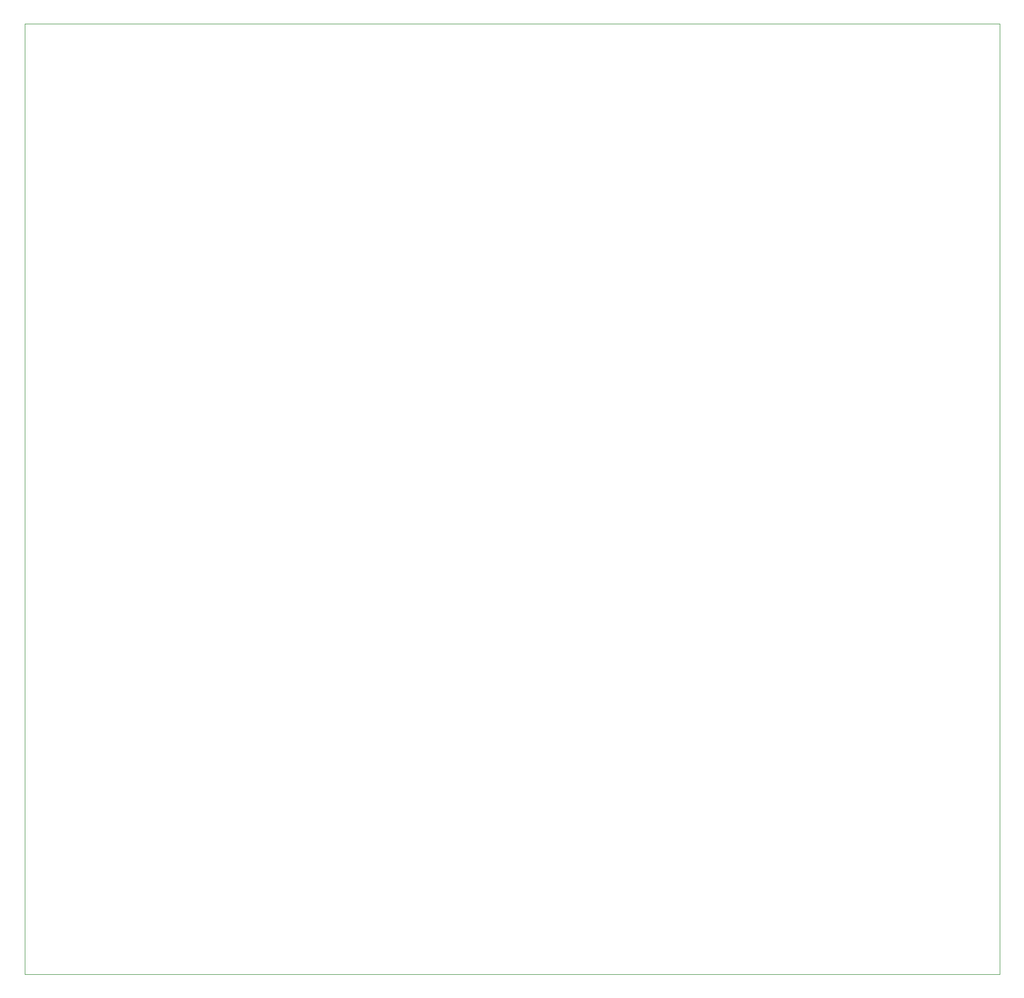
<source format=gbr>
%TF.GenerationSoftware,KiCad,Pcbnew,(5.1.10)-1*%
%TF.CreationDate,2021-08-20T16:32:08+09:00*%
%TF.ProjectId,hanClock,68616e43-6c6f-4636-9b2e-6b696361645f,rev?*%
%TF.SameCoordinates,Original*%
%TF.FileFunction,Profile,NP*%
%FSLAX46Y46*%
G04 Gerber Fmt 4.6, Leading zero omitted, Abs format (unit mm)*
G04 Created by KiCad (PCBNEW (5.1.10)-1) date 2021-08-20 16:32:08*
%MOMM*%
%LPD*%
G01*
G04 APERTURE LIST*
%TA.AperFunction,Profile*%
%ADD10C,0.050000*%
%TD*%
G04 APERTURE END LIST*
D10*
X0Y-152500000D02*
X0Y0D01*
X156500000Y0D02*
X156500000Y-152500000D01*
X0Y-152500000D02*
X156500000Y-152500000D01*
X0Y0D02*
X156500000Y0D01*
M02*

</source>
